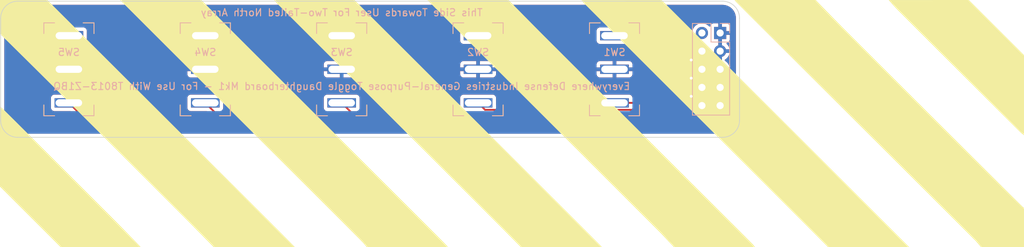
<source format=kicad_pcb>
(kicad_pcb (version 20211014) (generator pcbnew)
  (layers (0 "F.Cu" signal) (31 "B.Cu" signal) (34 "B.Paste" user) (35 "F.Paste" user) (36 "B.SilkS" user "B.Silkscreen") (37 "F.SilkS" user "F.Silkscreen") (38 "B.Mask" user) (39 "F.Mask" user) (44 "Edge.Cuts" user))
  (net 0 "")
  (net 1 "GND")
  (net 2 "LV1")
  (net 3 "LV2")
  (net 4 "LV3")
  (net 5 "LV4")
  (net 6 "LV5")
  (footprint "EDI:T8013-Z1BQ" (layer "F.Cu") (at 186.5195 73.8141)
    (fp_text reference "SW1" (at 0 -2.3811 unlocked) (layer "B.SilkS") (effects (justify mirror)))
    (fp_text value "SW_SPDT")
    (pad "1" thru_hole rect (at 0 -4.7) (size 4 1.3) (drill oval 3.7 1) (layers *.Cu *.Mask))
    (pad "2" thru_hole rect (at 0 0) (size 4 1.3) (drill oval 3.7 1) (layers *.Cu *.Mask) (net 1 "GND"))
    (pad "3" thru_hole rect (at 0 4.7) (size 4 1.3) (drill oval 3.7 1) (layers *.Cu *.Mask) (net 2 "LV1"))
  )
  (footprint "EDI:T8013-Z1BQ" (layer "F.Cu") (at 129.3731 73.8141)
    (fp_text reference "SW4" (at 0 -2.3811 unlocked) (layer "B.SilkS") (effects (justify mirror)))
    (fp_text value "SW_SPDT")
    (pad "1" thru_hole rect (at 0 -4.7) (size 4 1.3) (drill oval 3.7 1) (layers *.Cu *.Mask))
    (pad "2" thru_hole rect (at 0 0) (size 4 1.3) (drill oval 3.7 1) (layers *.Cu *.Mask) (net 1 "GND"))
    (pad "3" thru_hole rect (at 0 4.7) (size 4 1.3) (drill oval 3.7 1) (layers *.Cu *.Mask) (net 5 "LV4"))
  )
  (footprint "EDI:sweethaz" (layer "F.Cu") (at 172.212 81.407 90)
    (fp_text reference "G***" hide)
    (fp_text value "LOGO" hide)
  )
  (footprint "EDI:T8013-Z1BQ" (layer "F.Cu") (at 167.4707 73.8141)
    (fp_text reference "SW2" (at 0 -2.3811 unlocked) (layer "B.SilkS") (effects (justify mirror)))
    (fp_text value "SW_SPDT")
    (pad "1" thru_hole rect (at 0 -4.7) (size 4 1.3) (drill oval 3.7 1) (layers *.Cu *.Mask))
    (pad "2" thru_hole rect (at 0 0) (size 4 1.3) (drill oval 3.7 1) (layers *.Cu *.Mask) (net 1 "GND"))
    (pad "3" thru_hole rect (at 0 4.7) (size 4 1.3) (drill oval 3.7 1) (layers *.Cu *.Mask) (net 3 "LV2"))
  )
  (footprint "EDI:T8013-Z1BQ" (layer "F.Cu") (at 110.3243 73.8141)
    (fp_text reference "SW5" (at 0 -2.3811 unlocked) (layer "B.SilkS") (effects (justify mirror)))
    (fp_text value "SW_SPDT")
    (pad "1" thru_hole rect (at 0 -4.7) (size 4 1.3) (drill oval 3.7 1) (layers *.Cu *.Mask))
    (pad "2" thru_hole rect (at 0 0) (size 4 1.3) (drill oval 3.7 1) (layers *.Cu *.Mask) (net 1 "GND"))
    (pad "3" thru_hole rect (at 0 4.7) (size 4 1.3) (drill oval 3.7 1) (layers *.Cu *.Mask) (net 6 "LV5"))
  )
  (footprint "EDI:T8013-Z1BQ" (layer "F.Cu") (at 148.4219 73.8141)
    (fp_text reference "SW3" (at 0 -2.3811 unlocked) (layer "B.SilkS") (effects (justify mirror)))
    (fp_text value "SW_SPDT")
    (pad "1" thru_hole rect (at 0 -4.7) (size 4 1.3) (drill oval 3.7 1) (layers *.Cu *.Mask))
    (pad "2" thru_hole rect (at 0 0) (size 4 1.3) (drill oval 3.7 1) (layers *.Cu *.Mask) (net 1 "GND"))
    (pad "3" thru_hole rect (at 0 4.7) (size 4 1.3) (drill oval 3.7 1) (layers *.Cu *.Mask) (net 4 "LV3"))
  )
  (footprint "Connector_PinHeader_2.54mm:PinHeader_2x05_P2.54mm_Vertical" (layer "B.Cu") (at 201.2704 68.7341 180)
    (fp_text reference "J1" hide)
    (fp_text value "Conn_02x05_Odd_Even")
    (pad "1" thru_hole rect locked (at 0 0 180) (size 1.7 1.7) (drill 1) (layers *.Cu *.Mask) (net 1 "GND"))
    (pad "2" thru_hole oval locked (at 2.54 0 180) (size 1.7 1.7) (drill 1) (layers *.Cu *.Mask) (net 2 "LV1"))
    (pad "3" thru_hole oval locked (at 0 -2.54 180) (size 1.7 1.7) (drill 1) (layers *.Cu *.Mask) (net 1 "GND"))
    (pad "4" thru_hole oval locked (at 2.54 -2.54 180) (size 1.7 1.7) (drill 1) (layers *.Cu *.Mask) (net 3 "LV2"))
    (pad "5" thru_hole oval locked (at 0 -5.08 180) (size 1.7 1.7) (drill 1) (layers *.Cu *.Mask) (net 1 "GND"))
    (pad "6" thru_hole oval locked (at 2.54 -5.08 180) (size 1.7 1.7) (drill 1) (layers *.Cu *.Mask) (net 4 "LV3"))
    (pad "7" thru_hole oval locked (at 0 -7.62 180) (size 1.7 1.7) (drill 1) (layers *.Cu *.Mask) (net 1 "GND"))
    (pad "8" thru_hole oval locked (at 2.54 -7.62 180) (size 1.7 1.7) (drill 1) (layers *.Cu *.Mask) (net 5 "LV4"))
    (pad "9" thru_hole oval locked (at 0 -10.16 180) (size 1.7 1.7) (drill 1) (layers *.Cu *.Mask) (net 1 "GND"))
    (pad "10" thru_hole oval locked (at 2.54 -10.16 180) (size 1.7 1.7) (drill 1) (layers *.Cu *.Mask) (net 6 "LV5"))
  )
  (gr_line (start 201.5998 64.2897) (end 103.181 64.2897) (layer "Edge.Cuts") (width 0.1))
  (gr_line (start 100.7999 66.6708) (end 100.7999 80.9574) (layer "Edge.Cuts") (width 0.1))
  (gr_line (start 203.9809 66.6708) (end 203.9809 80.9574) (layer "Edge.Cuts") (width 0.1))
  (gr_arc (start 201.5998 64.2897) (mid 203.283492 64.987108) (end 203.9809 66.6708) (layer "Edge.Cuts") (width 0.1))
  (gr_line (start 201.5998 83.3385) (end 103.181 83.3385) (layer "Edge.Cuts") (width 0.1))
  (gr_arc (start 100.7999 66.6708) (mid 101.497308 64.987108) (end 103.181 64.2897) (layer "Edge.Cuts") (width 0.1))
  (gr_arc (start 103.181 83.3385) (mid 101.497308 82.641092) (end 100.7999 80.9574) (layer "Edge.Cuts") (width 0.1))
  (gr_arc (start 203.9809 80.9574) (mid 203.283492 82.641092) (end 201.5998 83.3385) (layer "Edge.Cuts") (width 0.1))
  (gr_text "This Side Towards User For Two-Tailed North Array" (at 148.4219 65.8771) (layer "B.SilkS") (effects (font (size 1 1)) (justify mirror)))
  (gr_text "Everywhere Defense Industries General-Purpose Toggle Daughterboard Mk1 - For Use With T8013-Z1BQ" (at 148.4219 76.1952) (layer "B.SilkS") (effects (font (size 1 1)) (justify mirror)))
  (via (at 197.231 75.057) (size 0.8) (drill 0.4) (layers "F.Cu" "B.Cu") (net 1))
  (via (at 197.231 72.517) (size 0.8) (drill 0.4) (layers "F.Cu" "B.Cu") (net 1))
  (via (at 197.231 77.597) (size 0.8) (drill 0.4) (layers "F.Cu" "B.Cu") (net 1))
  (segment (start 198.7304 69.141704) (end 198.7304 68.7341) (width 0.25) (layer "F.Cu") (net 2))
  (segment (start 189.358004 78.5141) (end 198.7304 69.141704) (width 0.25) (layer "F.Cu") (net 2))
  (segment (start 186.5195 78.5141) (end 189.358004 78.5141) (width 0.25) (layer "F.Cu") (net 2))
  (segment (start 167.4707 78.5141) (end 168.445211 79.488611) (width 0.25) (layer "F.Cu") (net 3))
  (segment (start 168.445211 79.488611) (end 189.019211 79.488611) (width 0.25) (layer "F.Cu") (net 3))
  (segment (start 197.233722 71.2741) (end 198.7304 71.2741) (width 0.25) (layer "F.Cu") (net 3))
  (segment (start 189.019211 79.488611) (end 197.233722 71.2741) (width 0.25) (layer "F.Cu") (net 3))
  (segment (start 195.32944 73.8141) (end 198.7304 73.8141) (width 0.25) (layer "F.Cu") (net 4))
  (segment (start 189.205409 79.938131) (end 195.32944 73.8141) (width 0.25) (layer "F.Cu") (net 4))
  (segment (start 148.4219 78.5141) (end 149.845931 79.938131) (width 0.25) (layer "F.Cu") (net 4))
  (segment (start 149.845931 79.938131) (end 189.205409 79.938131) (width 0.25) (layer "F.Cu") (net 4))
  (segment (start 193.5039 76.3541) (end 198.7304 76.3541) (width 0.25) (layer "F.Cu") (net 5))
  (segment (start 129.3731 78.5141) (end 131.246651 80.387651) (width 0.25) (layer "F.Cu") (net 5))
  (segment (start 131.246651 80.387651) (end 189.470349 80.387651) (width 0.25) (layer "F.Cu") (net 5))
  (segment (start 189.470349 80.387651) (end 193.5039 76.3541) (width 0.25) (layer "F.Cu") (net 5))
  (segment (start 112.647371 80.837171) (end 110.3243 78.5141) (width 0.25) (layer "F.Cu") (net 6))
  (segment (start 198.7304 78.8941) (end 191.599618 78.8941) (width 0.25) (layer "F.Cu") (net 6))
  (segment (start 191.599618 78.8941) (end 189.656546 80.837171) (width 0.25) (layer "F.Cu") (net 6))
  (segment (start 189.656546 80.837171) (end 112.647371 80.837171) (width 0.25) (layer "F.Cu") (net 6))
  (zone (net 1) (net_name "GND") (layers F&B.Cu) (connect_pads (clearance 0.508)) (min_thickness 0.254) (fill yes (thermal_gap 0.508) (thermal_bridge_width 0.508))
    (polygon (pts (xy 203.9809 83.3385) (xy 100.7999 83.3385) (xy 100.7999 64.2897) (xy 203.9809 64.2897)))
  )
)
</source>
